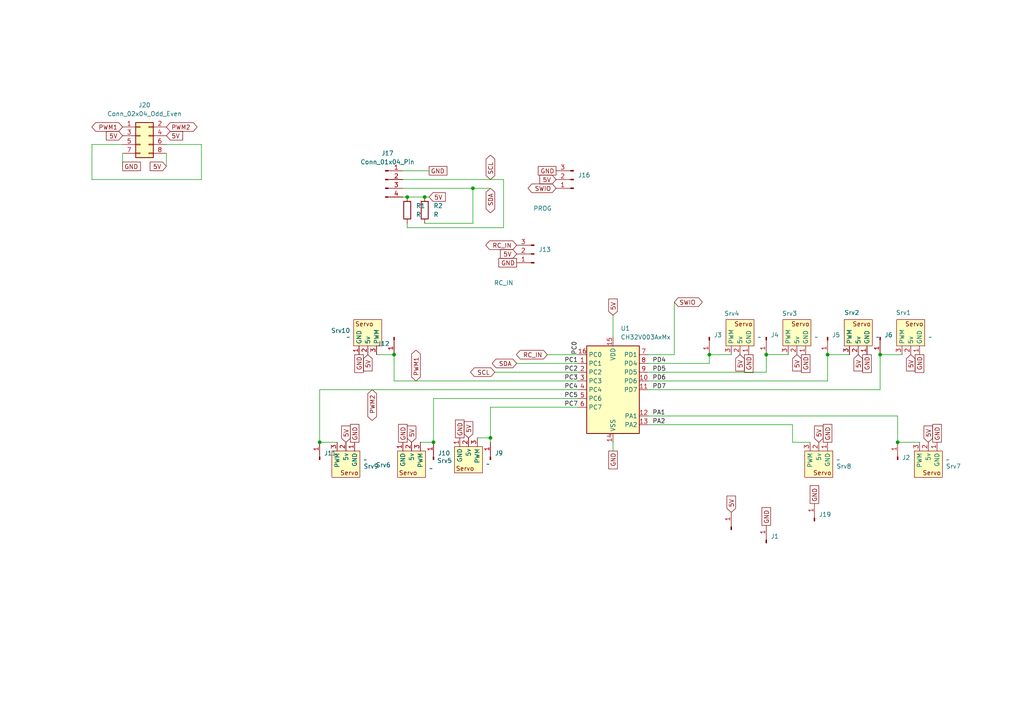
<source format=kicad_sch>
(kicad_sch (version 20231120) (generator "eeschema") (generator_version "8.0")
  (paper "A4")
  (title_block (title "ch32strip-b") (rev "01") (company "ADHDlab"))
  (lib_symbols
    (symbol "Connector:Conn_01x01_Pin" (pin_names (offset 1.016) hide)
      (property "Reference" "J" (at 0 2.54 0))
      (property "Value" "Conn_01x01_Pin" (at 0 -2.54 0))
      (symbol "Conn_01x01_Pin_1_1"
        (polyline (pts (xy 1.27 0) (xy 0.8636 0)) (stroke (width 0.1524)))
        (rectangle (start 0.8636 0.127) (end 0 -0.127) (stroke (width 0.1524)) (fill (type outline)))
        (pin passive line (at 5.08 0 180) (length 3.81) (name "Pin_1") (number "1"))
      )
    )
    (symbol "Connector:Conn_01x03_Pin" (pin_names (offset 1.016) hide)
      (property "Reference" "J" (at 0 5.08 0))
      (property "Value" "Conn_01x03_Pin" (at 0 -5.08 0))
      (symbol "Conn_01x03_Pin_1_1"
        (polyline (pts (xy 1.27 -2.54) (xy 0.8636 -2.54)) (stroke (width 0.1524)))
        (polyline (pts (xy 1.27 0) (xy 0.8636 0)) (stroke (width 0.1524)))
        (polyline (pts (xy 1.27 2.54) (xy 0.8636 2.54)) (stroke (width 0.1524)))
        (rectangle (start 0.8636 -2.413) (end 0 -2.667) (stroke (width 0.1524)) (fill (type outline)))
        (rectangle (start 0.8636 0.127) (end 0 -0.127) (stroke (width 0.1524)) (fill (type outline)))
        (rectangle (start 0.8636 2.667) (end 0 2.413) (stroke (width 0.1524)) (fill (type outline)))
        (pin passive line (at 5.08 2.54 180) (length 3.81) (name "Pin_1") (number "1"))
        (pin passive line (at 5.08 0 180) (length 3.81) (name "Pin_2") (number "2"))
        (pin passive line (at 5.08 -2.54 180) (length 3.81) (name "Pin_3") (number "3"))
      )
    )
    (symbol "Connector:Conn_01x04_Pin" (pin_names (offset 1.016) hide)
      (property "Reference" "J" (at 0 5.08 0))
      (property "Value" "Conn_01x04_Pin" (at 0 -7.62 0))
      (symbol "Conn_01x04_Pin_1_1"
        (polyline (pts (xy 1.27 -5.08) (xy 0.8636 -5.08)) (stroke (width 0.1524)))
        (polyline (pts (xy 1.27 -2.54) (xy 0.8636 -2.54)) (stroke (width 0.1524)))
        (polyline (pts (xy 1.27 0) (xy 0.8636 0)) (stroke (width 0.1524)))
        (polyline (pts (xy 1.27 2.54) (xy 0.8636 2.54)) (stroke (width 0.1524)))
        (rectangle (start 0.8636 -4.953) (end 0 -5.207) (stroke (width 0.1524)) (fill (type outline)))
        (rectangle (start 0.8636 -2.413) (end 0 -2.667) (stroke (width 0.1524)) (fill (type outline)))
        (rectangle (start 0.8636 0.127) (end 0 -0.127) (stroke (width 0.1524)) (fill (type outline)))
        (rectangle (start 0.8636 2.667) (end 0 2.413) (stroke (width 0.1524)) (fill (type outline)))
        (pin passive line (at 5.08 2.54 180) (length 3.81) (name "Pin_1") (number "1"))
        (pin passive line (at 5.08 0 180) (length 3.81) (name "Pin_2") (number "2"))
        (pin passive line (at 5.08 -2.54 180) (length 3.81) (name "Pin_3") (number "3"))
        (pin passive line (at 5.08 -5.08 180) (length 3.81) (name "Pin_4") (number "4"))
      )
    )
    (symbol "Connector_Generic:Conn_02x04_Odd_Even" (pin_names (offset 1.016) hide)
      (property "Reference" "J" (at 1.27 5.08 0))
      (property "Value" "Conn_02x04_Odd_Even" (at 1.27 -7.62 0))
      (symbol "Conn_02x04_Odd_Even_1_1"
        (rectangle (start -1.27 -4.953) (end 0 -5.207) (stroke (width 0.1524)))
        (rectangle (start -1.27 -2.413) (end 0 -2.667) (stroke (width 0.1524)))
        (rectangle (start -1.27 0.127) (end 0 -0.127) (stroke (width 0.1524)))
        (rectangle (start -1.27 2.667) (end 0 2.413) (stroke (width 0.1524)))
        (rectangle (start -1.27 3.81) (end 3.81 -6.35) (stroke (width 0.254)) (fill (type background)))
        (rectangle (start 3.81 -4.953) (end 2.54 -5.207) (stroke (width 0.1524)))
        (rectangle (start 3.81 -2.413) (end 2.54 -2.667) (stroke (width 0.1524)))
        (rectangle (start 3.81 0.127) (end 2.54 -0.127) (stroke (width 0.1524)))
        (rectangle (start 3.81 2.667) (end 2.54 2.413) (stroke (width 0.1524)))
        (pin passive line (at -5.08 2.54 0) (length 3.81) (name "Pin_1") (number "1"))
        (pin passive line (at 7.62 2.54 180) (length 3.81) (name "Pin_2") (number "2"))
        (pin passive line (at -5.08 0 0) (length 3.81) (name "Pin_3") (number "3"))
        (pin passive line (at 7.62 0 180) (length 3.81) (name "Pin_4") (number "4"))
        (pin passive line (at -5.08 -2.54 0) (length 3.81) (name "Pin_5") (number "5"))
        (pin passive line (at 7.62 -2.54 180) (length 3.81) (name "Pin_6") (number "6"))
        (pin passive line (at -5.08 -5.08 0) (length 3.81) (name "Pin_7") (number "7"))
        (pin passive line (at 7.62 -5.08 180) (length 3.81) (name "Pin_8") (number "8"))
      )
    )
    (symbol "Device:R" (pin_numbers hide) (pin_names (offset 0))
      (property "Reference" "R" (at 2.032 0 90))
      (property "Value" "R" (at 0 0 90))
      (symbol "R_0_1"
        (rectangle (start -1.016 -2.54) (end 1.016 2.54) (stroke (width 0.254)))
      )
      (symbol "R_1_1"
        (pin passive line (at 0 3.81 270) (length 1.27) (name "~") (number "1"))
        (pin passive line (at 0 -3.81 90) (length 1.27) (name "~") (number "2"))
      )
    )
    (symbol "MCU_WCH_CH32V0:CH32V003AxMx"
      (property "Reference" "U" (at -7.62 15.24 0))
      (property "Value" "CH32V003AxMx" (at 7.62 15.24 0))
      (symbol "CH32V003AxMx_1_1"
        (rectangle (start -7.62 12.7) (end 7.62 -12.7) (stroke (width 0.254)) (fill (type background)))
        (pin bidirectional line (at -10.16 7.62 0) (length 2.54) (name "PC1") (number "1"))
        (pin bidirectional line (at 10.16 2.54 180) (length 2.54) (name "PD6") (number "10"))
        (pin bidirectional line (at 10.16 0 180) (length 2.54) (name "PD7") (number "11"))
        (pin bidirectional line (at 10.16 -7.62 180) (length 2.54) (name "PA1") (number "12"))
        (pin bidirectional line (at 10.16 -10.16 180) (length 2.54) (name "PA2") (number "13"))
        (pin power_in line (at 0 -15.24 90) (length 2.54) (name "VSS") (number "14"))
        (pin power_in line (at 0 15.24 270) (length 2.54) (name "VDD") (number "15"))
        (pin bidirectional line (at -10.16 10.16 0) (length 2.54) (name "PC0") (number "16"))
        (pin bidirectional line (at -10.16 5.08 0) (length 2.54) (name "PC2") (number "2"))
        (pin bidirectional line (at -10.16 2.54 0) (length 2.54) (name "PC3") (number "3"))
        (pin bidirectional line (at -10.16 0 0) (length 2.54) (name "PC4") (number "4"))
        (pin bidirectional line (at -10.16 -2.54 0) (length 2.54) (name "PC6") (number "5"))
        (pin bidirectional line (at -10.16 -5.08 0) (length 2.54) (name "PC7") (number "6"))
        (pin bidirectional line (at 10.16 10.16 180) (length 2.54) (name "PD1") (number "7"))
        (pin bidirectional line (at 10.16 7.62 180) (length 2.54) (name "PD4") (number "8"))
        (pin bidirectional line (at 10.16 5.08 180) (length 2.54) (name "PD5") (number "9"))
      )
    )
    (symbol "kit:Servo_socket"
      (property "Reference" "Srv" (at 0 4.318 0))
      (symbol "Servo_socket_1_1"
        (rectangle (start 0 2.794) (end 7.62 -5.334) (fill (type background)))
        (text "Servo" (at 6.35 -2.286 900) (effects (font (size 1.27 1.27))))
        (pin passive line (at -2.54 -3.81 0) (length 2.54) (name "GND") (number "1"))
        (pin passive line (at -2.54 -1.27 0) (length 2.54) (name "5v") (number "2"))
        (pin passive line (at -2.54 1.27 0) (length 2.54) (name "PWM") (number "3"))
      )
    )
  )
  (junction (at 240.03 102.87))
  (junction (at 142.24 127))
  (junction (at 123.19 57.15))
  (junction (at 255.27 102.87))
  (junction (at 222.25 102.87))
  (junction (at 125.73 128.27))
  (junction (at 260.35 128.27))
  (junction (at 205.74 102.87))
  (junction (at 92.71 128.27))
  (junction (at 114.3 102.87))
  (junction (at 137.16 54.61))
  (junction (at 118.11 57.15))
  (wire (pts (xy 158.75 102.87) (xy 167.64 102.87)))
  (wire (pts (xy 229.87 128.27) (xy 229.87 123.19)))
  (wire (pts (xy 149.86 105.41) (xy 167.64 105.41)))
  (wire (pts (xy 123.19 64.77) (xy 137.16 64.77)))
  (wire (pts (xy 26.67 41.91) (xy 26.67 52.07)))
  (wire (pts (xy 255.27 113.03) (xy 187.96 113.03)))
  (wire (pts (xy 92.71 128.27) (xy 97.79 128.27)))
  (wire (pts (xy 118.11 66.04) (xy 146.05 66.04)))
  (wire (pts (xy 114.3 102.87) (xy 114.3 110.49)))
  (wire (pts (xy 229.87 123.19) (xy 187.96 123.19)))
  (wire (pts (xy 125.73 128.27) (xy 125.73 115.57)))
  (wire (pts (xy 92.71 113.03) (xy 92.71 128.27)))
  (wire (pts (xy 48.26 48.26) (xy 48.26 44.45)))
  (wire (pts (xy 229.87 128.27) (xy 234.95 128.27)))
  (wire (pts (xy 195.58 87.63) (xy 195.58 102.87)))
  (wire (pts (xy 177.8 91.44) (xy 177.8 97.79)))
  (wire (pts (xy 92.71 113.03) (xy 167.64 113.03)))
  (wire (pts (xy 222.25 102.87) (xy 228.6 102.87)))
  (wire (pts (xy 195.58 102.87) (xy 187.96 102.87)))
  (wire (pts (xy 143.51 107.95) (xy 167.64 107.95)))
  (wire (pts (xy 116.84 57.15) (xy 118.11 57.15)))
  (wire (pts (xy 205.74 102.87) (xy 212.09 102.87)))
  (wire (pts (xy 255.27 102.87) (xy 255.27 113.03)))
  (wire (pts (xy 222.25 102.87) (xy 222.25 107.95)))
  (wire (pts (xy 146.05 66.04) (xy 146.05 52.07)))
  (wire (pts (xy 142.24 127) (xy 142.24 128.27)))
  (wire (pts (xy 58.42 41.91) (xy 58.42 52.07)))
  (wire (pts (xy 260.35 128.27) (xy 266.7 128.27)))
  (wire (pts (xy 240.03 102.87) (xy 240.03 110.49)))
  (wire (pts (xy 125.73 115.57) (xy 167.64 115.57)))
  (wire (pts (xy 118.11 57.15) (xy 123.19 57.15)))
  (wire (pts (xy 205.74 105.41) (xy 187.96 105.41)))
  (wire (pts (xy 137.16 64.77) (xy 137.16 54.61)))
  (wire (pts (xy 123.19 57.15) (xy 124.46 57.15)))
  (wire (pts (xy 255.27 102.87) (xy 261.62 102.87)))
  (wire (pts (xy 260.35 120.65) (xy 187.96 120.65)))
  (wire (pts (xy 35.56 41.91) (xy 26.67 41.91)))
  (wire (pts (xy 177.8 128.27) (xy 177.8 130.81)))
  (wire (pts (xy 187.96 107.95) (xy 222.25 107.95)))
  (wire (pts (xy 118.11 64.77) (xy 118.11 66.04)))
  (wire (pts (xy 187.96 110.49) (xy 240.03 110.49)))
  (wire (pts (xy 260.35 128.27) (xy 260.35 120.65)))
  (wire (pts (xy 26.67 52.07) (xy 58.42 52.07)))
  (wire (pts (xy 137.16 54.61) (xy 142.24 54.61)))
  (wire (pts (xy 121.92 128.27) (xy 125.73 128.27)))
  (wire (pts (xy 142.24 118.11) (xy 167.64 118.11)))
  (wire (pts (xy 116.84 49.53) (xy 124.46 49.53)))
  (wire (pts (xy 114.3 110.49) (xy 167.64 110.49)))
  (wire (pts (xy 116.84 52.07) (xy 146.05 52.07)))
  (wire (pts (xy 240.03 102.87) (xy 246.38 102.87)))
  (wire (pts (xy 142.24 127) (xy 142.24 118.11)))
  (wire (pts (xy 35.56 48.26) (xy 35.56 44.45)))
  (wire (pts (xy 116.84 54.61) (xy 137.16 54.61)))
  (wire (pts (xy 114.3 102.87) (xy 109.22 102.87)))
  (wire (pts (xy 142.24 127) (xy 138.43 127)))
  (wire (pts (xy 205.74 102.87) (xy 205.74 105.41)))
  (wire (pts (xy 48.26 41.91) (xy 58.42 41.91)))
  (label "PC5" (at 167.64 115.57 180))
  (label "PA1" (at 189.23 120.65 0))
  (label "PD5" (at 189.23 107.95 0))
  (label "PC7" (at 167.64 118.11 180))
  (label "PD7" (at 189.23 113.03 0))
  (label "PC2" (at 167.64 107.95 180))
  (label "PC0" (at 167.64 102.87 90))
  (label "PC4" (at 167.64 113.03 180))
  (label "PC1" (at 167.64 105.41 180))
  (label "PA2" (at 189.23 123.19 0))
  (label "PC3" (at 167.64 110.49 180))
  (label "PD4" (at 189.23 105.41 0))
  (label "PD6" (at 189.23 110.49 0))
  (global_label "5V" (shape input) (at 237.49 128.27 90) (property "Intersheetrefs" "${INTERSHEET_REFS}" (effects (hide yes))))
  (global_label "SCL" (shape bidirectional) (at 143.51 107.95 180) (property "Intersheetrefs" "${INTERSHEET_REFS}" (effects (hide yes))))
  (global_label "GND" (shape passive) (at 149.86 76.2 180) (property "Intersheetrefs" "${INTERSHEET_REFS}" (effects (hide yes))))
  (global_label "GND" (shape passive) (at 102.87 128.27 90) (property "Intersheetrefs" "${INTERSHEET_REFS}" (effects (hide yes))))
  (global_label "5V" (shape input) (at 231.14 102.87 270) (property "Intersheetrefs" "${INTERSHEET_REFS}" (effects (hide yes))))
  (global_label "5V" (shape input) (at 100.33 128.27 90) (property "Intersheetrefs" "${INTERSHEET_REFS}" (effects (hide yes))))
  (global_label "5V" (shape input) (at 149.86 73.66 180) (property "Intersheetrefs" "${INTERSHEET_REFS}" (effects (hide yes))))
  (global_label "PWM2" (shape bidirectional) (at 107.95 113.03 270) (property "Intersheetrefs" "${INTERSHEET_REFS}" (effects (hide yes))))
  (global_label "GND" (shape passive) (at 35.56 48.26 0) (property "Intersheetrefs" "${INTERSHEET_REFS}" (effects (hide yes))))
  (global_label "5V" (shape input) (at 269.24 128.27 90) (property "Intersheetrefs" "${INTERSHEET_REFS}" (effects (hide yes))))
  (global_label "GND" (shape passive) (at 161.29 49.53 180) (property "Intersheetrefs" "${INTERSHEET_REFS}" (effects (hide yes))))
  (global_label "PWM2" (shape bidirectional) (at 48.26 36.83 0) (property "Intersheetrefs" "${INTERSHEET_REFS}" (effects (hide yes))))
  (global_label "5V" (shape input) (at 161.29 52.07 180) (property "Intersheetrefs" "${INTERSHEET_REFS}" (effects (hide yes))))
  (global_label "PWM1" (shape bidirectional) (at 35.56 36.83 180) (property "Intersheetrefs" "${INTERSHEET_REFS}" (effects (hide yes))))
  (global_label "GND" (shape passive) (at 177.8 130.81 270) (property "Intersheetrefs" "${INTERSHEET_REFS}" (effects (hide yes))))
  (global_label "RC_IN" (shape bidirectional) (at 158.75 102.87 180) (property "Intersheetrefs" "${INTERSHEET_REFS}" (effects (hide yes))))
  (global_label "SCL" (shape bidirectional) (at 142.24 52.07 90) (property "Intersheetrefs" "${INTERSHEET_REFS}" (effects (hide yes))))
  (global_label "5V" (shape input) (at 119.38 128.27 90) (property "Intersheetrefs" "${INTERSHEET_REFS}" (effects (hide yes))))
  (global_label "5V" (shape input) (at 106.68 102.87 270) (property "Intersheetrefs" "${INTERSHEET_REFS}" (effects (hide yes))))
  (global_label "5V" (shape input) (at 214.63 102.87 270) (property "Intersheetrefs" "${INTERSHEET_REFS}" (effects (hide yes))))
  (global_label "GND" (shape passive) (at 266.7 102.87 270) (property "Intersheetrefs" "${INTERSHEET_REFS}" (effects (hide yes))))
  (global_label "RC_IN" (shape bidirectional) (at 149.86 71.12 180) (property "Intersheetrefs" "${INTERSHEET_REFS}" (effects (hide yes))))
  (global_label "SDA" (shape bidirectional) (at 142.24 54.61 270) (property "Intersheetrefs" "${INTERSHEET_REFS}" (effects (hide yes))))
  (global_label "5V" (shape input) (at 135.89 127 90) (property "Intersheetrefs" "${INTERSHEET_REFS}" (effects (hide yes))))
  (global_label "5V" (shape input) (at 264.16 102.87 270) (property "Intersheetrefs" "${INTERSHEET_REFS}" (effects (hide yes))))
  (global_label "GND" (shape passive) (at 222.25 152.4 90) (property "Intersheetrefs" "${INTERSHEET_REFS}" (effects (hide yes))))
  (global_label "GND" (shape passive) (at 271.78 128.27 90) (property "Intersheetrefs" "${INTERSHEET_REFS}" (effects (hide yes))))
  (global_label "5V" (shape input) (at 124.46 57.15 0) (property "Intersheetrefs" "${INTERSHEET_REFS}" (effects (hide yes))))
  (global_label "SWIO" (shape bidirectional) (at 161.29 54.61 180) (property "Intersheetrefs" "${INTERSHEET_REFS}" (effects (hide yes))))
  (global_label "GND" (shape passive) (at 236.22 146.05 90) (property "Intersheetrefs" "${INTERSHEET_REFS}" (effects (hide yes))))
  (global_label "5V" (shape input) (at 35.56 39.37 180) (property "Intersheetrefs" "${INTERSHEET_REFS}" (effects (hide yes))))
  (global_label "PWM1" (shape bidirectional) (at 120.65 110.49 90) (property "Intersheetrefs" "${INTERSHEET_REFS}" (effects (hide yes))))
  (global_label "GND" (shape passive) (at 133.35 127 90) (property "Intersheetrefs" "${INTERSHEET_REFS}" (effects (hide yes))))
  (global_label "GND" (shape passive) (at 124.46 49.53 0) (property "Intersheetrefs" "${INTERSHEET_REFS}" (effects (hide yes))))
  (global_label "SDA" (shape bidirectional) (at 149.86 105.41 180) (property "Intersheetrefs" "${INTERSHEET_REFS}" (effects (hide yes))))
  (global_label "GND" (shape passive) (at 240.03 128.27 90) (property "Intersheetrefs" "${INTERSHEET_REFS}" (effects (hide yes))))
  (global_label "5V" (shape input) (at 248.92 102.87 270) (property "Intersheetrefs" "${INTERSHEET_REFS}" (effects (hide yes))))
  (global_label "5V" (shape input) (at 48.26 39.37 0) (property "Intersheetrefs" "${INTERSHEET_REFS}" (effects (hide yes))))
  (global_label "SWIO" (shape bidirectional) (at 195.58 87.63 0) (property "Intersheetrefs" "${INTERSHEET_REFS}" (effects (hide yes))))
  (global_label "GND" (shape passive) (at 104.14 102.87 270) (property "Intersheetrefs" "${INTERSHEET_REFS}" (effects (hide yes))))
  (global_label "5V" (shape input) (at 212.09 148.59 90) (property "Intersheetrefs" "${INTERSHEET_REFS}" (effects (hide yes))))
  (global_label "5V" (shape input) (at 177.8 91.44 90) (property "Intersheetrefs" "${INTERSHEET_REFS}" (effects (hide yes))))
  (global_label "5V" (shape input) (at 48.26 48.26 180) (property "Intersheetrefs" "${INTERSHEET_REFS}" (effects (hide yes))))
  (global_label "GND" (shape passive) (at 217.17 102.87 270) (property "Intersheetrefs" "${INTERSHEET_REFS}" (effects (hide yes))))
  (global_label "GND" (shape passive) (at 233.68 102.87 270) (property "Intersheetrefs" "${INTERSHEET_REFS}" (effects (hide yes))))
  (global_label "GND" (shape passive) (at 116.84 128.27 90) (property "Intersheetrefs" "${INTERSHEET_REFS}" (effects (hide yes))))
  (global_label "GND" (shape passive) (at 251.46 102.87 270) (property "Intersheetrefs" "${INTERSHEET_REFS}" (effects (hide yes))))
  (symbol (lib_id "MCU_WCH_CH32V0:CH32V003AxMx") (at 177.8 113.03 0) (unit 1)
    (property "Reference" "U1" (at 179.9941 95.25 0) (effects (justify left)))
    (property "Value" "CH32V003AxMx" (at 179.9941 97.79 0) (effects (justify left)))
    (property "Footprint" "Package_SO:SOP-16_3.9x9.9mm_P1.27mm" (effects (hide yes)))
    (property "Datasheet" "https://www.wch-ic.com/products/CH32V003.html" (effects (hide yes)))
    (property "Description" "CH32V003 series are industrial-grade general-purpose microcontrollers designed based on 32-bit RISC-V instruction set and architecture. It adopts QingKe V2A core, RV32EC instruction set, and supports 2 levels of interrupt nesting. The series are mounted with rich peripheral interfaces and function modules. Its internal organizational structure meets the low-cost and low-power embedded application scenarios." (effects (hide yes)))
  )
  (symbol (lib_id "Connector:Conn_01x01_Pin") (at 222.25 157.48 90) (unit 1)
    (property "Reference" "J1" (at 223.52 155.5749 90) (effects (justify right)))
    (property "Value" "Conn_01x01_Pin" (effects (hide yes)))
    (property "Footprint" "Stripe-ch32:stripe" (effects (hide yes)))
    (property "Description" "Generic connector, single row, 01x01, script generated" (effects (hide yes)))
  )
  (symbol (lib_id "kit:Servo_socket") (at 107.95 100.33 270) (mirror x) (unit 1)
    (property "Reference" "Srv10" (at 101.6 95.8849 90) (effects (justify right)))
    (property "Value" "~" (at 101.6 97.79 90) (effects (justify right)))
    (property "Footprint" "Stripe-ch32:Servo_pads" (effects (hide yes)))
  )
  (symbol (lib_id "Connector:Conn_01x01_Pin") (at 125.73 133.35 90) (unit 1)
    (property "Reference" "J10" (at 127 131.4449 90) (effects (justify right)))
    (property "Value" "Conn_01x01_Pin" (effects (hide yes)))
    (property "Footprint" "Stripe-ch32:stripe" (effects (hide yes)))
    (property "Description" "Generic connector, single row, 01x01, script generated" (effects (hide yes)))
  )
  (symbol (lib_id "kit:Servo_socket") (at 120.65 130.81 270) (unit 1)
    (property "Reference" "Srv6" (at 108.966 134.874 90) (effects (justify left)))
    (property "Value" "~" (at 124.46 135.89 90) (effects (justify left)))
    (property "Footprint" "Stripe-ch32:Servo_pads" (effects (hide yes)))
  )
  (symbol (lib_id "Connector:Conn_01x03_Pin") (at 166.37 52.07 180) (unit 1)
    (property "Reference" "J16" (at 167.64 50.7999 0) (effects (justify right)))
    (property "Value" "PROG" (at 154.686 60.452 0) (effects (justify right)))
    (property "Footprint" "Stripe-ch32:Servo_pads" (effects (hide yes)))
    (property "Description" "Generic connector, single row, 01x03, script generated" (effects (hide yes)))
  )
  (symbol (lib_id "kit:Servo_socket") (at 213.36 100.33 90) (unit 1)
    (property "Reference" "Srv4" (at 210.058 90.932 90) (effects (justify right)))
    (property "Value" "~" (at 219.71 97.79 90) (effects (justify right)))
    (property "Footprint" "Stripe-ch32:Servo_pads" (effects (hide yes)))
  )
  (symbol (lib_id "Connector:Conn_01x03_Pin") (at 154.94 73.66 180) (unit 1)
    (property "Reference" "J13" (at 156.21 72.3899 0) (effects (justify right)))
    (property "Value" "RC_IN" (at 143.256 82.042 0) (effects (justify right)))
    (property "Footprint" "Connector_JST:JST_XH_B3B-XH-A_1x03_P2.50mm_Vertical" (effects (hide yes)))
    (property "Description" "Generic connector, single row, 01x03, script generated" (effects (hide yes)))
  )
  (symbol (lib_id "Connector:Conn_01x01_Pin") (at 240.03 97.79 270) (unit 1)
    (property "Reference" "J5" (at 241.3 97.1549 90) (effects (justify left)))
    (property "Value" "Conn_01x01_Pin" (effects (hide yes)))
    (property "Footprint" "Stripe-ch32:stripe" (effects (hide yes)))
    (property "Description" "Generic connector, single row, 01x01, script generated" (effects (hide yes)))
  )
  (symbol (lib_id "kit:Servo_socket") (at 262.89 100.33 90) (unit 1)
    (property "Reference" "Srv1" (at 259.842 90.678 90) (effects (justify right)))
    (property "Value" "~" (at 269.24 97.79 90) (effects (justify right)))
    (property "Footprint" "Stripe-ch32:Servo_pads" (effects (hide yes)))
  )
  (symbol (lib_id "kit:Servo_socket") (at 229.87 100.33 90) (unit 1)
    (property "Reference" "Srv3" (at 226.822 90.932 90) (effects (justify right)))
    (property "Value" "~" (at 236.22 97.79 90) (effects (justify right)))
    (property "Footprint" "Stripe-ch32:Servo_pads" (effects (hide yes)))
  )
  (symbol (lib_id "Connector:Conn_01x01_Pin") (at 260.35 133.35 90) (unit 1)
    (property "Reference" "J2" (at 261.62 132.7149 90) (effects (justify right)))
    (property "Value" "Conn_01x01_Pin" (effects (hide yes)))
    (property "Footprint" "Stripe-ch32:stripe" (effects (hide yes)))
    (property "Description" "Generic connector, single row, 01x01, script generated" (effects (hide yes)))
  )
  (symbol (lib_id "kit:Servo_socket") (at 99.06 130.81 90) (mirror x) (unit 1)
    (property "Reference" "Srv9" (at 105.41 135.2551 90) (effects (justify right)))
    (property "Value" "~" (at 105.41 133.35 90) (effects (justify right)))
    (property "Footprint" "Stripe-ch32:Servo_pads" (effects (hide yes)))
  )
  (symbol (lib_id "Connector_Generic:Conn_02x04_Odd_Even") (at 40.64 39.37 0) (unit 1)
    (property "Reference" "J20" (at 41.91 30.48 0))
    (property "Value" "Conn_02x04_Odd_Even" (at 41.91 33.02 0))
    (property "Footprint" "Connector_PinHeader_2.54mm:PinHeader_2x04_P2.54mm_Vertical" (effects (hide yes)))
    (property "Description" "Generic connector, double row, 02x04, odd/even pin numbering scheme (row 1 odd numbers, row 2 even numbers), script generated (kicad-library-utils/schlib/autogen/connector/)" (effects (hide yes)))
  )
  (symbol (lib_id "Connector:Conn_01x04_Pin") (at 111.76 52.07 0) (unit 1)
    (property "Reference" "J17" (at 112.395 44.45 0))
    (property "Value" "Conn_01x04_Pin" (at 112.395 46.99 0))
    (property "Footprint" "Connector_JST:JST_XH_B4B-XH-A_1x04_P2.50mm_Vertical" (effects (hide yes)))
    (property "Description" "Generic connector, single row, 01x04, script generated" (effects (hide yes)))
  )
  (symbol (lib_id "Connector:Conn_01x01_Pin") (at 255.27 97.79 270) (unit 1)
    (property "Reference" "J6" (at 256.54 97.1549 90) (effects (justify left)))
    (property "Value" "Conn_01x01_Pin" (effects (hide yes)))
    (property "Footprint" "Stripe-ch32:stripe" (effects (hide yes)))
    (property "Description" "Generic connector, single row, 01x01, script generated" (effects (hide yes)))
  )
  (symbol (lib_id "Connector:Conn_01x01_Pin") (at 212.09 153.67 90) (unit 1)
    (property "Reference" "J18" (effects (hide yes)))
    (property "Value" "Conn_01x01_Pin" (effects (hide yes)))
    (property "Footprint" "Stripe-ch32:stripe" (effects (hide yes)))
    (property "Description" "Generic connector, single row, 01x01, script generated" (effects (hide yes)))
  )
  (symbol (lib_id "Connector:Conn_01x01_Pin") (at 205.74 97.79 270) (unit 1)
    (property "Reference" "J3" (at 207.01 97.1549 90) (effects (justify left)))
    (property "Value" "Conn_01x01_Pin" (effects (hide yes)))
    (property "Footprint" "Stripe-ch32:stripe" (effects (hide yes)))
    (property "Description" "Generic connector, single row, 01x01, script generated" (effects (hide yes)))
  )
  (symbol (lib_id "kit:Servo_socket") (at 247.65 100.33 90) (unit 1)
    (property "Reference" "Srv2" (at 244.856 90.678 90) (effects (justify right)))
    (property "Value" "~" (at 254 97.79 90) (effects (justify right)))
    (property "Footprint" "Stripe-ch32:Servo_pads" (effects (hide yes)))
  )
  (symbol (lib_id "kit:Servo_socket") (at 267.97 130.81 90) (mirror x) (unit 1)
    (property "Reference" "Srv7" (at 274.32 135.2551 90) (effects (justify right)))
    (property "Value" "~" (at 274.32 133.35 90) (effects (justify right)))
    (property "Footprint" "Stripe-ch32:Servo_pads" (effects (hide yes)))
  )
  (symbol (lib_id "Device:R") (at 118.11 60.96 0) (unit 1)
    (property "Reference" "R1" (at 120.65 59.6899 0) (effects (justify left)))
    (property "Value" "R" (at 120.65 62.2299 0) (effects (justify left)))
    (property "Footprint" "Resistor_THT:R_Axial_DIN0204_L3.6mm_D1.6mm_P5.08mm_Horizontal" (effects (hide yes)))
    (property "Description" "Resistor" (effects (hide yes)))
  )
  (symbol (lib_id "Connector:Conn_01x01_Pin") (at 236.22 151.13 90) (unit 1)
    (property "Reference" "J19" (at 237.49 149.2249 90) (effects (justify right)))
    (property "Value" "Conn_01x01_Pin" (effects (hide yes)))
    (property "Footprint" "Stripe-ch32:stripe" (effects (hide yes)))
    (property "Description" "Generic connector, single row, 01x01, script generated" (effects (hide yes)))
  )
  (symbol (lib_id "Device:R") (at 123.19 60.96 0) (unit 1)
    (property "Reference" "R2" (at 125.73 59.6899 0) (effects (justify left)))
    (property "Value" "R" (at 125.73 62.2299 0) (effects (justify left)))
    (property "Footprint" "Resistor_THT:R_Axial_DIN0204_L3.6mm_D1.6mm_P5.08mm_Horizontal" (effects (hide yes)))
    (property "Description" "Resistor" (effects (hide yes)))
  )
  (symbol (lib_id "kit:Servo_socket") (at 236.22 130.81 90) (mirror x) (unit 1)
    (property "Reference" "Srv8" (at 242.57 135.2551 90) (effects (justify right)))
    (property "Value" "~" (at 242.57 133.35 90) (effects (justify right)))
    (property "Footprint" "Stripe-ch32:Servo_pads" (effects (hide yes)))
  )
  (symbol (lib_id "kit:Servo_socket") (at 137.16 129.54 270) (unit 1)
    (property "Reference" "Srv5" (at 126.746 133.604 90) (effects (justify left)))
    (property "Value" "~" (at 140.97 134.62 90) (effects (justify left)))
    (property "Footprint" "Stripe-ch32:Servo_pads" (effects (hide yes)))
  )
  (symbol (lib_id "Connector:Conn_01x01_Pin") (at 142.24 133.35 90) (unit 1)
    (property "Reference" "J9" (at 143.51 131.4449 90) (effects (justify right)))
    (property "Value" "Conn_01x01_Pin" (effects (hide yes)))
    (property "Footprint" "Stripe-ch32:stripe" (effects (hide yes)))
    (property "Description" "Generic connector, single row, 01x01, script generated" (effects (hide yes)))
  )
  (symbol (lib_id "Connector:Conn_01x01_Pin") (at 222.25 97.79 270) (unit 1)
    (property "Reference" "J4" (at 223.52 97.1549 90) (effects (justify left)))
    (property "Value" "Conn_01x01_Pin" (effects (hide yes)))
    (property "Footprint" "Stripe-ch32:stripe" (effects (hide yes)))
    (property "Description" "Generic connector, single row, 01x01, script generated" (effects (hide yes)))
  )
  (symbol (lib_id "Connector:Conn_01x01_Pin") (at 92.71 133.35 90) (unit 1)
    (property "Reference" "J11" (at 93.98 131.4449 90) (effects (justify right)))
    (property "Value" "Conn_01x01_Pin" (effects (hide yes)))
    (property "Footprint" "Stripe-ch32:stripe" (effects (hide yes)))
    (property "Description" "Generic connector, single row, 01x01, script generated" (effects (hide yes)))
  )
  (symbol (lib_id "Connector:Conn_01x01_Pin") (at 114.3 97.79 270) (unit 1)
    (property "Reference" "J12" (at 113.03 99.6951 90) (effects (justify right)))
    (property "Value" "Conn_01x01_Pin" (effects (hide yes)))
    (property "Footprint" "Stripe-ch32:stripe" (effects (hide yes)))
    (property "Description" "Generic connector, single row, 01x01, script generated" (effects (hide yes)))
  )
)
</source>
